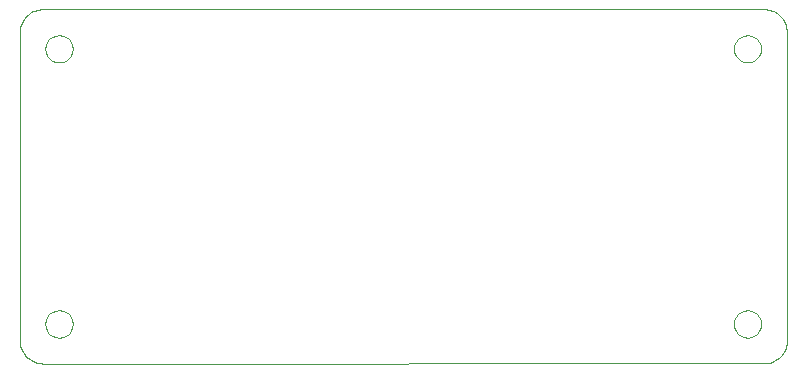
<source format=gm1>
G04 #@! TF.FileFunction,Profile,NP*
%FSLAX46Y46*%
G04 Gerber Fmt 4.6, Leading zero omitted, Abs format (unit mm)*
G04 Created by KiCad (PCBNEW 4.0.7) date 05/12/18 20:25:59*
%MOMM*%
%LPD*%
G01*
G04 APERTURE LIST*
%ADD10C,0.127000*%
%ADD11C,0.100000*%
G04 APERTURE END LIST*
D10*
D11*
X173491028Y-107991203D02*
X173438589Y-108157645D01*
X110562706Y-109473039D02*
X110388219Y-109465497D01*
X110562706Y-109473039D02*
X171906415Y-109443605D01*
X110559600Y-79474000D02*
X171559600Y-79474000D01*
X172404432Y-109286552D02*
X172243213Y-109353344D01*
X173091341Y-108759345D02*
X172973464Y-108888023D01*
X172559600Y-79741949D02*
X172706753Y-79835696D01*
X109559600Y-79741949D02*
X109412447Y-79835696D01*
X173372216Y-80628763D02*
X173438985Y-80789960D01*
X108922905Y-108619424D02*
X108829141Y-108472078D01*
X172706753Y-79835696D02*
X172845175Y-79941911D01*
X172243213Y-109353344D02*
X172076785Y-109405828D01*
X172973814Y-80059786D02*
X173091689Y-80188425D01*
X108921296Y-80326847D02*
X108827549Y-80474000D01*
X173197904Y-80326847D02*
X173291651Y-80474000D01*
X108829141Y-108472078D02*
X108748589Y-108317114D01*
X173291651Y-80474000D02*
X173372216Y-80628763D01*
X172076785Y-109405828D02*
X171906415Y-109443605D01*
X172404837Y-79661384D02*
X172559600Y-79741949D01*
X172845175Y-79941911D02*
X172973814Y-80059786D01*
X108627748Y-80956362D02*
X108589984Y-81126704D01*
X108681864Y-108155713D02*
X108629474Y-107989106D01*
X109274025Y-79941911D02*
X109145386Y-80059786D01*
X108827549Y-80474000D02*
X108746984Y-80628763D01*
X110044535Y-109405005D02*
X109877959Y-109352517D01*
X108748589Y-108317114D02*
X108681864Y-108155713D01*
X173438985Y-80789960D02*
X173491452Y-80956362D01*
X173559060Y-107473460D02*
X173551989Y-81299689D01*
X173528759Y-107820823D02*
X173491028Y-107991203D01*
X171733911Y-79481611D02*
X171906896Y-79504384D01*
X173559060Y-107473460D02*
X173551493Y-107647803D01*
X172077238Y-79542148D02*
X172243640Y-79594615D01*
X172844819Y-109005935D02*
X172706385Y-109112184D01*
X172706385Y-109112184D02*
X172559216Y-109205961D01*
X110388219Y-109465497D02*
X110215055Y-109442761D01*
X110385289Y-79481611D02*
X110212304Y-79504384D01*
X108589984Y-81126704D02*
X108591819Y-107818564D01*
X109275849Y-109004858D02*
X109147114Y-108886834D01*
X171906896Y-79504384D02*
X172077238Y-79542148D01*
X173551493Y-107647803D02*
X173528759Y-107820823D01*
X109029166Y-108758029D02*
X108922905Y-108619424D01*
X171559600Y-79474000D02*
X171733911Y-79481611D01*
X109147114Y-108886834D02*
X109029166Y-108758029D01*
X173491452Y-80956362D02*
X173551989Y-81299689D01*
X172973464Y-108888023D02*
X172844819Y-109005935D01*
X173197553Y-108620882D02*
X173091341Y-108759345D01*
X173438589Y-108157645D02*
X173371840Y-108318883D01*
X109877959Y-109352517D02*
X109716598Y-109285696D01*
X173371840Y-108318883D02*
X173291291Y-108473688D01*
X108680215Y-80789960D02*
X108627748Y-80956362D01*
X110559600Y-79474000D02*
X110385289Y-79481611D01*
X108746984Y-80628763D02*
X108680215Y-80789960D01*
X172243640Y-79594615D02*
X172404837Y-79661384D01*
X109027511Y-80188425D02*
X108921296Y-80326847D01*
X108629474Y-107989106D02*
X108591819Y-107818564D01*
X173091689Y-80188425D02*
X173197904Y-80326847D01*
X110041962Y-79542148D02*
X109875560Y-79594615D01*
X109414391Y-109111201D02*
X109275849Y-109004858D01*
X172559216Y-109205961D02*
X172404432Y-109286552D01*
X109145386Y-80059786D02*
X109027511Y-80188425D01*
X173291291Y-108473688D02*
X173197553Y-108620882D01*
X110212304Y-79504384D02*
X110041962Y-79542148D01*
X171320415Y-82526358D02*
X171205529Y-82249000D01*
X169213671Y-82249000D02*
X169098785Y-82526358D01*
X170209600Y-81674000D02*
X169911958Y-81713185D01*
X169396427Y-82010827D02*
X169213671Y-82249000D01*
X171022773Y-82010827D02*
X170784600Y-81828071D01*
X169634600Y-81828071D02*
X169396427Y-82010827D01*
X169911958Y-81713185D02*
X169634600Y-81828071D01*
X170507242Y-81713185D02*
X170209600Y-81674000D01*
X171205529Y-82249000D02*
X171022773Y-82010827D01*
X169059600Y-82824000D02*
X169098785Y-83121642D01*
X169098785Y-82526358D02*
X169059600Y-82824000D01*
X170784600Y-81828071D02*
X170507242Y-81713185D01*
X171359600Y-82824000D02*
X171320415Y-82526358D01*
X112722773Y-105310827D02*
X112484600Y-105128071D01*
X112905529Y-105549000D02*
X112722773Y-105310827D01*
X113020415Y-105826358D02*
X112905529Y-105549000D01*
X113059600Y-106124000D02*
X113020415Y-105826358D01*
X109412447Y-79835696D02*
X109274025Y-79941911D01*
X109875560Y-79594615D02*
X109714363Y-79661384D01*
X109714363Y-79661384D02*
X109559600Y-79741949D01*
X112207242Y-105013185D02*
X111909600Y-104974000D01*
X112484600Y-105128071D02*
X112207242Y-105013185D01*
X169396427Y-83637173D02*
X169634600Y-83819929D01*
X170507242Y-83934815D02*
X170784600Y-83819929D01*
X170209600Y-83974000D02*
X170507242Y-83934815D01*
X169911958Y-105013185D02*
X169634600Y-105128071D01*
X170507242Y-105013185D02*
X170209600Y-104974000D01*
X171205529Y-105549000D02*
X171022773Y-105310827D01*
X171022773Y-105310827D02*
X170784600Y-105128071D01*
X170784600Y-83819929D02*
X171022773Y-83637173D01*
X169213671Y-83399000D02*
X169396427Y-83637173D01*
X169098785Y-106421642D02*
X169213671Y-106699000D01*
X171205529Y-83399000D02*
X171320415Y-83121642D01*
X169634600Y-83819929D02*
X169911958Y-83934815D01*
X171022773Y-83637173D02*
X171205529Y-83399000D01*
X169098785Y-83121642D02*
X169213671Y-83399000D01*
X169059600Y-106124000D02*
X169098785Y-106421642D01*
X169098785Y-105826358D02*
X169059600Y-106124000D01*
X169213671Y-105549000D02*
X169098785Y-105826358D01*
X169396427Y-105310827D02*
X169213671Y-105549000D01*
X169634600Y-105128071D02*
X169396427Y-105310827D01*
X170209600Y-104974000D02*
X169911958Y-105013185D01*
X170784600Y-105128071D02*
X170507242Y-105013185D01*
X171320415Y-83121642D02*
X171359600Y-82824000D01*
X171320415Y-105826358D02*
X171205529Y-105549000D01*
X171359600Y-106124000D02*
X171320415Y-105826358D01*
X169911958Y-83934815D02*
X170209600Y-83974000D01*
X111334600Y-81828071D02*
X111096427Y-82010827D01*
X113020415Y-82526358D02*
X112905529Y-82249000D01*
X113059600Y-82824000D02*
X113020415Y-82526358D01*
X111611958Y-81713185D02*
X111334600Y-81828071D01*
X112484600Y-81828071D02*
X112207242Y-81713185D01*
X111909600Y-81674000D02*
X111611958Y-81713185D01*
X112207242Y-81713185D02*
X111909600Y-81674000D01*
X112722773Y-82010827D02*
X112484600Y-81828071D01*
X112905529Y-82249000D02*
X112722773Y-82010827D01*
X110913671Y-82249000D02*
X110798785Y-82526358D01*
X111096427Y-82010827D02*
X110913671Y-82249000D01*
X111096427Y-83637173D02*
X111334600Y-83819929D01*
X110913671Y-83399000D02*
X111096427Y-83637173D01*
X110759600Y-82824000D02*
X110798785Y-83121642D01*
X110798785Y-83121642D02*
X110913671Y-83399000D01*
X111909600Y-83974000D02*
X112207242Y-83934815D01*
X111611958Y-83934815D02*
X111909600Y-83974000D01*
X111334600Y-83819929D02*
X111611958Y-83934815D01*
X110798785Y-82526358D02*
X110759600Y-82824000D01*
X171205529Y-106699000D02*
X171320415Y-106421642D01*
X171022773Y-106937173D02*
X171205529Y-106699000D01*
X169634600Y-107119929D02*
X169911958Y-107234815D01*
X170507242Y-107234815D02*
X170784600Y-107119929D01*
X170209600Y-107274000D02*
X170507242Y-107234815D01*
X169213671Y-106699000D02*
X169396427Y-106937173D01*
X169396427Y-106937173D02*
X169634600Y-107119929D01*
X171320415Y-106421642D02*
X171359600Y-106124000D01*
X170784600Y-107119929D02*
X171022773Y-106937173D01*
X169911958Y-107234815D02*
X170209600Y-107274000D01*
X113020415Y-106421642D02*
X113059600Y-106124000D01*
X112722773Y-106937173D02*
X112905529Y-106699000D01*
X110759600Y-106124000D02*
X110798785Y-106421642D01*
X110913671Y-105549000D02*
X110798785Y-105826358D01*
X112484600Y-107119929D02*
X112722773Y-106937173D01*
X110798785Y-105826358D02*
X110759600Y-106124000D01*
X112905529Y-106699000D02*
X113020415Y-106421642D01*
X111909600Y-107274000D02*
X112207242Y-107234815D01*
X111096427Y-106937173D02*
X111334600Y-107119929D01*
X111096427Y-105310827D02*
X110913671Y-105549000D01*
X112207242Y-107234815D02*
X112484600Y-107119929D01*
X111611958Y-107234815D02*
X111909600Y-107274000D01*
X111334600Y-105128071D02*
X111096427Y-105310827D01*
X110798785Y-106421642D02*
X110913671Y-106699000D01*
X111334600Y-107119929D02*
X111611958Y-107234815D01*
X110913671Y-106699000D02*
X111096427Y-106937173D01*
X111611958Y-105013185D02*
X111334600Y-105128071D01*
X111909600Y-104974000D02*
X111611958Y-105013185D01*
X110215055Y-109442761D02*
X110044535Y-109405005D01*
X112207242Y-83934815D02*
X112484600Y-83819929D01*
X112905529Y-83399000D02*
X113020415Y-83121642D01*
X112484600Y-83819929D02*
X112722773Y-83637173D01*
X112722773Y-83637173D02*
X112905529Y-83399000D01*
X113020415Y-83121642D02*
X113059600Y-82824000D01*
X109561681Y-109205053D02*
X109414391Y-109111201D01*
X109716598Y-109285696D02*
X109561681Y-109205053D01*
M02*

</source>
